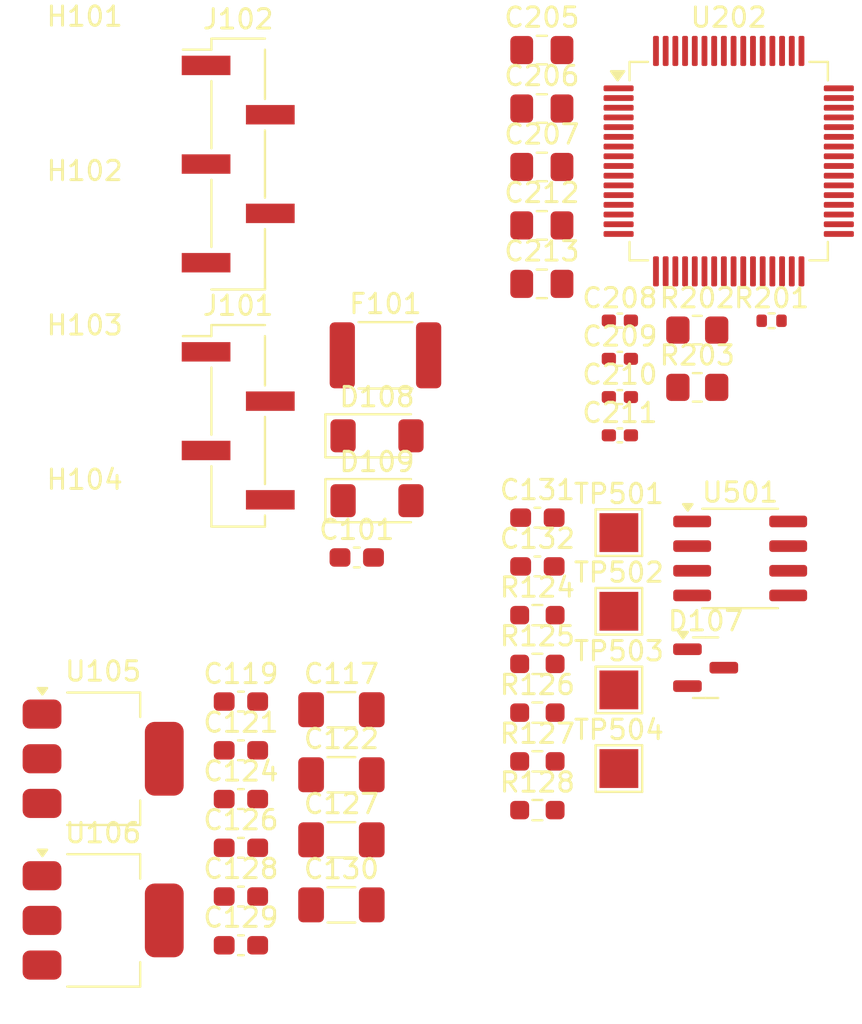
<source format=kicad_pcb>
(kicad_pcb (version 20241229) (generator "pcbnew") (generator_version "9.0")
  (layers (0 "F.Cu" signal) (2 "B.Cu" signal) (13 "F.Paste" user) (15 "B.Paste" user) (5 "F.SilkS" user "F.Silkscreen") (7 "B.SilkS" user "B.Silkscreen") (1 "F.Mask" user) (3 "B.Mask" user) (25 "Edge.Cuts" user))
  (net 0 "")
  (net 1 "GND")
  (net 2 "Net-(D109-A)")
  (net 3 "/POWER SUPPLY/+18V")
  (net 4 "/POWER SUPPLY/+15V")
  (net 5 "/CANBUS/5v")
  (net 6 "+3V3")
  (net 7 "Net-(C132-Pad1)")
  (net 8 "/MCU/RESET")
  (net 9 "GNDA")
  (net 10 "/CANBUS CONN/CAN_L")
  (net 11 "/CANBUS CONN/CAN_H")
  (net 12 "Net-(D108-A)")
  (net 13 "/CANBUS CONN/CAN_18V")
  (net 14 "/MCU/USART_RX")
  (net 15 "/MCU/USART_TX")
  (net 16 "/MCU/SWCLK")
  (net 17 "/MCU/SWDIO")
  (net 18 "/MCU/SWO")
  (net 19 "Net-(U501-STBY)")
  (net 20 "Net-(U501-SPLIT)")
  (net 21 "/MCU/BOOT0")
  (net 22 "/CANBUS/CAN_TX")
  (net 23 "/CANBUS/CAN_RX")
  (footprint "Capacitor_SMD:C_0402_1005Metric_Pad0.74x0.62mm_HandSolder" (layer "F.Cu") (at 138.325 79.815)
    (property "Reference" "C209" (at 0 -1.16 0) (layer "F.SilkS"))
    (property "Value" "50V 100nF X7R ±10% 0402")
    (fp_line (start -0.115835 -0.36) (end 0.115835 -0.36) (stroke (width 0.12)) (layer "F.SilkS"))
    (fp_line (start -0.115835 0.36) (end 0.115835 0.36) (stroke (width 0.12)) (layer "F.SilkS"))
    (pad "1" smd roundrect (at -0.5675 0) (size 0.735 0.62) (layers "F.Cu" "F.Mask" "F.Paste") (net 6 "+3V3"))
    (pad "2" smd roundrect (at 0.5675 0) (size 0.735 0.62) (layers "F.Cu" "F.Mask" "F.Paste") (net 1 "GND"))
  )
  (footprint "Capacitor_SMD:C_0402_1005Metric_Pad0.74x0.62mm_HandSolder" (layer "F.Cu") (at 138.325 83.755)
    (property "Reference" "C211" (at 0 -1.16 0) (layer "F.SilkS"))
    (property "Value" "50V 10nF X7R ±10% 0402")
    (fp_line (start -0.115835 -0.36) (end 0.115835 -0.36) (stroke (width 0.12)) (layer "F.SilkS"))
    (fp_line (start -0.115835 0.36) (end 0.115835 0.36) (stroke (width 0.12)) (layer "F.SilkS"))
    (pad "1" smd roundrect (at -0.5675 0) (size 0.735 0.62) (layers "F.Cu" "F.Mask" "F.Paste") (net 9 "GNDA"))
    (pad "2" smd roundrect (at 0.5675 0) (size 0.735 0.62) (layers "F.Cu" "F.Mask" "F.Paste") (net 6 "+3V3"))
  )
  (footprint "Package_SO:SOIC-8_3.9x4.9mm_P1.27mm" (layer "F.Cu") (at 144.525 90.095)
    (property "Reference" "U501" (at 0 -3.4 0) (layer "F.SilkS"))
    (property "Value" "MCP2561-E-SN")
    (fp_line (start 0 -2.56) (end -1.95 -2.56) (stroke (width 0.12)) (layer "F.SilkS"))
    (fp_line (start 0 -2.56) (end 1.95 -2.56) (stroke (width 0.12)) (layer "F.SilkS"))
    (fp_line (start 0 2.56) (end -1.95 2.56) (stroke (width 0.12)) (layer "F.SilkS"))
    (fp_line (start 0 2.56) (end 1.95 2.56) (stroke (width 0.12)) (layer "F.SilkS"))
    (fp_poly (pts (xy -2.7 -2.465) (xy -2.94 -2.795) (xy -2.46 -2.795)) (stroke (width 0.12)) (fill yes) (layer "F.SilkS"))
    (pad "1" smd roundrect (at -2.475 -1.905) (size 1.95 0.6) (layers "F.Cu" "F.Mask" "F.Paste") (net 22 "/CANBUS/CAN_TX"))
    (pad "2" smd roundrect (at -2.475 -0.635) (size 1.95 0.6) (layers "F.Cu" "F.Mask" "F.Paste") (net 1 "GND"))
    (pad "3" smd roundrect (at -2.475 0.635) (size 1.95 0.6) (layers "F.Cu" "F.Mask" "F.Paste") (net 5 "/CANBUS/5v"))
    (pad "4" smd roundrect (at -2.475 1.905) (size 1.95 0.6) (layers "F.Cu" "F.Mask" "F.Paste") (net 23 "/CANBUS/CAN_RX"))
    (pad "5" smd roundrect (at 2.475 1.905) (size 1.95 0.6) (layers "F.Cu" "F.Mask" "F.Paste") (net 20 "Net-(U501-SPLIT)"))
    (pad "6" smd roundrect (at 2.475 0.635) (size 1.95 0.6) (layers "F.Cu" "F.Mask" "F.Paste") (net 10 "/CANBUS CONN/CAN_L"))
    (pad "7" smd roundrect (at 2.475 -0.635) (size 1.95 0.6) (layers "F.Cu" "F.Mask" "F.Paste") (net 11 "/CANBUS CONN/CAN_H"))
    (pad "8" smd roundrect (at 2.475 -1.905) (size 1.95 0.6) (layers "F.Cu" "F.Mask" "F.Paste") (net 19 "Net-(U501-STBY)"))
  )
  (footprint "Capacitor_SMD:C_1206_3216Metric_Pad1.33x1.80mm_HandSolder" (layer "F.Cu") (at 123.975 107.935)
    (property "Reference" "C130" (at 0 -1.85 0) (layer "F.SilkS"))
    (property "Value" "4.7u")
    (fp_line (start -0.711252 -0.91) (end 0.711252 -0.91) (stroke (width 0.12)) (layer "F.SilkS"))
    (fp_line (start -0.711252 0.91) (end 0.711252 0.91) (stroke (width 0.12)) (layer "F.SilkS"))
    (pad "1" smd roundrect (at -1.5625 0) (size 1.325 1.8) (layers "F.Cu" "F.Mask" "F.Paste") (roundrect_rratio 0.188679) (net 1 "GND"))
    (pad "2" smd roundrect (at 1.5625 0) (size 1.325 1.8) (layers "F.Cu" "F.Mask" "F.Paste") (roundrect_rratio 0.188679) (net 6 "+3V3"))
  )
  (footprint "Capacitor_SMD:C_0402_1005Metric_Pad0.74x0.62mm_HandSolder" (layer "F.Cu") (at 138.325 77.845)
    (property "Reference" "C208" (at 0 -1.16 0) (layer "F.SilkS"))
    (property "Value" "50V 100nF X7R ±10% 0402")
    (fp_line (start -0.115835 -0.36) (end 0.115835 -0.36) (stroke (width 0.12)) (layer "F.SilkS"))
    (fp_line (start -0.115835 0.36) (end 0.115835 0.36) (stroke (width 0.12)) (layer "F.SilkS"))
    (pad "1" smd roundrect (at -0.5675 0) (size 0.735 0.62) (layers "F.Cu" "F.Mask" "F.Paste") (net 6 "+3V3"))
    (pad "2" smd roundrect (at 0.5675 0) (size 0.735 0.62) (layers "F.Cu" "F.Mask" "F.Paste") (net 1 "GND"))
  )
  (footprint "MountingHole:MountingHole_3.2mm_M3" (layer "F.Cu") (at 110.745 90.235)
    (property "Reference" "H104" (at 0 -4.2 0) (layer "F.SilkS"))
    (property "Value" "Mount_BR")
    (pad "" np_thru_hole circle (at 0 0) (size 3.2 3.2) (drill 3.2) (layers "*.Cu" "*.Mask"))
  )
  (footprint "Resistor_SMD:R_0603_1608Metric_Pad0.98x0.95mm_HandSolder" (layer "F.Cu") (at 134.075 98.035)
    (property "Reference" "R126" (at 0 -1.43 0) (layer "F.SilkS"))
    (property "Value" "300")
    (fp_line (start -0.254724 -0.5225) (end 0.254724 -0.5225) (stroke (width 0.12)) (layer "F.SilkS"))
    (fp_line (start -0.254724 0.5225) (end 0.254724 0.5225) (stroke (width 0.12)) (layer "F.SilkS"))
    (pad "1" smd roundrect (at -0.9125 0) (size 0.975 0.95) (layers "F.Cu" "F.Mask" "F.Paste") (net 7 "Net-(C132-Pad1)"))
    (pad "2" smd roundrect (at 0.9125 0) (size 0.975 0.95) (layers "F.Cu" "F.Mask" "F.Paste") (net 20 "Net-(U501-SPLIT)"))
  )
  (footprint "Capacitor_SMD:C_0603_1608Metric_Pad1.08x0.95mm_HandSolder" (layer "F.Cu") (at 124.765 90.045)
    (property "Reference" "C101" (at 0 -1.43 0) (layer "F.SilkS"))
    (property "Value" "100n")
    (fp_line (start -0.146267 -0.51) (end 0.146267 -0.51) (stroke (width 0.12)) (layer "F.SilkS"))
    (fp_line (start -0.146267 0.51) (end 0.146267 0.51) (stroke (width 0.12)) (layer "F.SilkS"))
    (pad "1" smd roundrect (at -0.8625 0) (size 1.075 0.95) (layers "F.Cu" "F.Mask" "F.Paste") (net 1 "GND"))
    (pad "2" smd roundrect (at 0.8625 0) (size 1.075 0.95) (layers "F.Cu" "F.Mask" "F.Paste") (net 2 "Net-(D109-A)"))
  )
  (footprint "Resistor_SMD:R_0603_1608Metric_Pad0.98x0.95mm_HandSolder" (layer "F.Cu") (at 134.075 93.015)
    (property "Reference" "R124" (at 0 -1.43 0) (layer "F.SilkS"))
    (property "Value" "4k7")
    (fp_line (start -0.254724 -0.5225) (end 0.254724 -0.5225) (stroke (width 0.12)) (layer "F.SilkS"))
    (fp_line (start -0.254724 0.5225) (end 0.254724 0.5225) (stroke (width 0.12)) (layer "F.SilkS"))
    (pad "1" smd roundrect (at -0.9125 0) (size 0.975 0.95) (layers "F.Cu" "F.Mask" "F.Paste") (net 19 "Net-(U501-STBY)"))
    (pad "2" smd roundrect (at 0.9125 0) (size 0.975 0.95) (layers "F.Cu" "F.Mask" "F.Paste") (net 1 "GND"))
  )
  (footprint "Resistor_SMD:R_0402_1005Metric" (layer "F.Cu") (at 146.145 77.855)
    (property "Reference" "R201" (at 0 -1.17 0) (layer "F.SilkS"))
    (property "Value" "BOOT0")
    (fp_line (start -0.153641 -0.38) (end 0.153641 -0.38) (stroke (width 0.12)) (layer "F.SilkS"))
    (fp_line (start -0.153641 0.38) (end 0.153641 0.38) (stroke (width 0.12)) (layer "F.SilkS"))
    (pad "1" smd roundrect (at -0.51 0) (size 0.54 0.64) (layers "F.Cu" "F.Mask" "F.Paste") (net 6 "+3V3"))
    (pad "2" smd roundrect (at 0.51 0) (size 0.54 0.64) (layers "F.Cu" "F.Mask" "F.Paste") (net 21 "/MCU/BOOT0"))
  )
  (footprint "Diode_SMD:D_MiniMELF" (layer "F.Cu") (at 125.81 83.78)
    (property "Reference" "D108" (at 0 -2 0) (layer "F.SilkS"))
    (property "Value" "LL4148")
    (fp_line (start -2.66 -1.11) (end -2.66 1.11) (stroke (width 0.12)) (layer "F.SilkS"))
    (fp_line (start -2.66 1.11) (end 1.75 1.11) (stroke (width 0.12)) (layer "F.SilkS"))
    (fp_line (start 1.75 -1.11) (end -2.66 -1.11) (stroke (width 0.12)) (layer "F.SilkS"))
    (pad "1" smd roundrect (at -1.75 0) (size 1.3 1.7) (layers "F.Cu" "F.Mask" "F.Paste") (roundrect_rratio 0.1923076923) (net 3 "/POWER SUPPLY/+18V"))
    (pad "2" smd roundrect (at 1.75 0) (size 1.3 1.7) (layers "F.Cu" "F.Mask" "F.Paste") (roundrect_rratio 0.1923076923) (net 12 "Net-(D108-A)"))
  )
  (footprint "Connector_PinHeader_2.54mm:PinHeader_1x04_P2.54mm_Vertical_SMD_Pin1Left" (layer "F.Cu") (at 118.655 83.265)
    (property "Reference" "J101" (at 0 -6.19 0) (layer "F.SilkS"))
    (property "Value" "USART")
    (fp_line (start -1.38 -5.19) (end -1.38 -4.62) (stroke (width 0.12)) (layer "F.SilkS"))
    (fp_line (start -1.38 -5.19) (end 1.38 -5.19) (stroke (width 0.12)) (layer "F.SilkS"))
    (fp_line (start -1.38 -4.62) (end -2.85 -4.62) (stroke (width 0.12)) (layer "F.SilkS"))
    (fp_line (start -1.38 -3) (end -1.38 0.46) (stroke (width 0.12)) (layer "F.SilkS"))
    (fp_line (start -1.38 2.08) (end -1.38 5.19) (stroke (width 0.12)) (layer "F.SilkS"))
    (fp_line (start -1.38 5.19) (end 1.38 5.19) (stroke (width 0.12)) (layer "F.SilkS"))
    (fp_line (start 1.38 -4.62) (end 1.38 -2.08) (stroke (width 0.12)) (layer "F.SilkS"))
    (fp_line (start 1.38 -0.46) (end 1.38 3) (stroke (width 0.12)) (layer "F.SilkS"))
    (fp_line (start 1.38 4.62) (end 1.38 5.19) (stroke (width 0.12)) (layer "F.SilkS"))
    (pad "1" smd rect (at -1.655 -3.81) (size 2.51 1) (layers "F.Cu" "F.Mask" "F.Paste") (net 8 "/MCU/RESET"))
    (pad "2" smd rect (at 1.655 -1.27) (size 2.51 1) (layers "F.Cu" "F.Mask" "F.Paste") (net 14 "/MCU/USART_RX"))
    (pad "3" smd rect (at -1.655 1.27) (size 2.51 1) (layers "F.Cu" "F.Mask" "F.Paste") (net 15 "/MCU/USART_TX"))
    (pad "4" smd rect (at 1.655 3.81) (size 2.51 1) (layers "F.Cu" "F.Mask" "F.Paste") (net 1 "GND"))
  )
  (footprint "Package_TO_SOT_SMD:SOT-223-3_TabPin2" (layer "F.Cu") (at 111.695 100.41)
    (property "Reference" "U105" (at 0 -4.5 0) (layer "F.SilkS"))
    (property "Value" "AMS1117-5")
    (fp_line (start -1.85 -3.41) (end 1.91 -3.41) (stroke (width 0.12)) (layer "F.SilkS"))
    (fp_line (start -1.85 3.41) (end 1.91 3.41) (stroke (width 0.12)) (layer "F.SilkS"))
    (fp_line (start 1.91 -3.41) (end 1.91 -2.15) (stroke (width 0.12)) (layer "F.SilkS"))
    (fp_line (start 1.91 3.41) (end 1.91 2.15) (stroke (width 0.12)) (layer "F.SilkS"))
    (fp_poly (pts (xy -3.13 -3.31) (xy -3.37 -3.64) (xy -2.89 -3.64) (xy -3.13 -3.31)) (stroke (width 0.12)) (fill yes) (layer "F.SilkS"))
    (pad "1" smd roundrect (at -3.15 -2.3) (size 2 1.5) (layers "F.Cu" "F.Mask" "F.Paste") (net 1 "GND"))
    (pad "2" smd roundrect (at -3.15 0) (size 2 1.5) (layers "F.Cu" "F.Mask" "F.Paste") (net 5 "/CANBUS/5v"))
    (pad "2" smd roundrect (at 3.15 0) (size 2 3.8) (layers "F.Cu" "F.Mask" "F.Paste") (net 5 "/CANBUS/5v"))
    (pad "3" smd roundrect (at -3.15 2.3) (size 2 1.5) (layers "F.Cu" "F.Mask" "F.Paste") (net 4 "/POWER SUPPLY/+15V"))
  )
  (footprint "Resistor_SMD:R_0603_1608Metric_Pad0.98x0.95mm_HandSolder" (layer "F.Cu") (at 134.075 95.525)
    (property "Reference" "R125" (at 0 -1.43 0) (layer "F.SilkS"))
    (property "Value" "NC")
    (fp_line (start -0.254724 -0.5225) (end 0.254724 -0.5225) (stroke (width 0.12)) (layer "F.SilkS"))
    (fp_line (start -0.254724 0.5225) (end 0.254724 0.5225) (stroke (width 0.12)) (layer "F.SilkS"))
    (pad "1" smd roundrect (at -0.9125 0) (size 0.975 0.95) (layers "F.Cu" "F.Mask" "F.Paste") (net 10 "/CANBUS CONN/CAN_L"))
    (pad "2" smd roundrect (at 0.9125 0) (size 0.975 0.95) (layers "F.Cu" "F.Mask" "F.Paste") (net 11 "/CANBUS CONN/CAN_H"))
  )
  (footprint "Capacitor_SMD:C_1206_3216Metric_Pad1.33x1.80mm_HandSolder" (layer "F.Cu") (at 123.975 97.885)
    (property "Reference" "C117" (at 0 -1.85 0) (layer "F.SilkS"))
    (property "Value" "4.7u")
    (fp_line (start -0.711252 -0.91) (end 0.711252 -0.91) (stroke (width 0.12)) (layer "F.SilkS"))
    (fp_line (start -0.711252 0.91) (end 0.711252 0.91) (stroke (width 0.12)) (layer "F.SilkS"))
    (pad "1" smd roundrect (at -1.5625 0) (size 1.325 1.8) (layers "F.Cu" "F.Mask" "F.Paste") (roundrect_rratio 0.188679) (net 1 "GND"))
    (pad "2" smd roundrect (at 1.5625 0) (size 1.325 1.8) (layers "F.Cu" "F.Mask" "F.Paste") (roundrect_rratio 0.188679) (net 3 "/POWER SUPPLY/+18V"))
  )
  (footprint "Resistor_SMD:R_0603_1608Metric_Pad0.98x0.95mm_HandSolder" (layer "F.Cu") (at 134.075 103.055)
    (property "Reference" "R128" (at 0 -1.43 0) (layer "F.SilkS"))
    (property "Value" "520")
    (fp_line (start -0.254724 -0.5225) (end 0.254724 -0.5225) (stroke (width 0.12)) (layer "F.SilkS"))
    (fp_line (start -0.254724 0.5225) (end 0.254724 0.5225) (stroke (width 0.12)) (layer "F.SilkS"))
    (pad "1" smd roundrect (at -0.9125 0) (size 0.975 0.95) (layers "F.Cu" "F.Mask" "F.Paste") (net 10 "/CANBUS CONN/CAN_L"))
    (pad "2" smd roundrect (at 0.9125 0) (size 0.975 0.95) (layers "F.Cu" "F.Mask" "F.Paste") (net 7 "Net-(C132-Pad1)"))
  )
  (footprint "Package_QFP:LQFP-64_10x10mm_P0.5mm" (layer "F.Cu") (at 143.935 69.635)
    (property "Reference" "U202" (at 0 -7.4 0) (layer "F.SilkS"))
    (property "Value" "STM32L431RCTx")
    (fp_line (start -5.11 -5.11) (end -5.11 -4.16) (stroke (width 0.12)) (layer "F.SilkS"))
    (fp_line (start -5.11 5.11) (end -5.11 4.16) (stroke (width 0.12)) (layer "F.SilkS"))
    (fp_line (start -4.16 -5.11) (end -5.11 -5.11) (stroke (width 0.12)) (layer "F.SilkS"))
    (fp_line (start -4.16 5.11) (end -5.11 5.11) (stroke (width 0.12)) (layer "F.SilkS"))
    (fp_line (start 4.16 -5.11) (end 5.11 -5.11) (stroke (width 0.12)) (layer "F.SilkS"))
    (fp_line (start 4.16 5.11) (end 5.11 5.11) (stroke (width 0.12)) (layer "F.SilkS"))
    (fp_line (start 5.11 -5.11) (end 5.11 -4.16) (stroke (width 0.12)) (layer "F.SilkS"))
    (fp_line (start 5.11 5.11) (end 5.11 4.16) (stroke (width 0.12)) (layer "F.SilkS"))
    (fp_poly (pts (xy -5.725 -4.16) (xy -6.065 -4.63) (xy -5.385 -4.63)) (stroke (width 0.12)) (fill yes) (layer "F.SilkS"))
    (pad "1" smd roundrect (at -5.675 -3.75) (size 1.55 0.3) (layers "F.Cu" "F.Mask" "F.Paste") (net 6 "+3V3"))
    (pad "2" smd roundrect (at -5.675 -3.25) (size 1.55 0.3) (layers "F.Cu" "F.Mask" "F.Paste"))
    (pad "3" smd roundrect (at -5.675 -2.75) (size 1.55 0.3) (layers "F.Cu" "F.Mask" "F.Paste"))
    (pad "4" smd roundrect (at -5.675 -2.25) (size 1.55 0.3) (layers "F.Cu" "F.Mask" "F.Paste"))
    (pad "5" smd roundrect (at -5.675 -1.75) (size 1.55 0.3) (layers "F.Cu" "F.Mask" "F.Paste"))
    (pad "6" smd roundrect (at -5.675 -1.25) (size 1.55 0.3) (layers "F.Cu" "F.Mask" "F.Paste"))
    (pad "7" smd roundrect (at -5.675 -0.75) (size 1.55 0.3) (layers "F.Cu" "F.Mask" "F.Paste") (net 8 "/MCU/RESET"))
    (pad "8" smd roundrect (at -5.675 -0.25) (size 1.55 0.3) (layers "F.Cu" "F.Mask" "F.Paste"))
    (pad "9" smd roundrect (at -5.675 0.25) (size 1.55 0.3) (layers "F.Cu" "F.Mask" "F.Paste"))
    (pad "10" smd roundrect (at -5.675 0.75) (size 1.55 0.3) (layers "F.Cu" "F.Mask" "F.Paste"))
    (pad "11" smd roundrect (at -5.675 1.25) (size 1.55 0.3) (layers "F.Cu" "F.Mask" "F.Paste"))
    (pad "12" smd roundrect (at -5.675 1.75) (size 1.55 0.3) (layers "F.Cu" "F.Mask" "F.Paste") (net 9 "GNDA"))
    (pad "13" smd roundrect (at -5.675 2.25) (size 1.55 0.3) (layers "F.Cu" "F.Mask" "F.Paste") (net 6 "+3V3"))
    (pad "14" smd roundrect (at -5.675 2.75) (size 1.55 0.3) (layers "F.Cu" "F.Mask" "F.Paste"))
    (pad "15" smd roundrect (at -5.675 3.25) (size 1.55 0.3) (layers "F.Cu" "F.Mask" "F.Paste"))
    (pad "16" smd roundrect (at -5.675 3.75) (size 1.55 0.3) (layers "F.Cu" "F.Mask" "F.Paste"))
    (pad "17" smd roundrect (at -3.75 5.675) (size 0.3 1.55) (layers "F.Cu" "F.Mask" "F.Paste"))
    (pad "18" smd roundrect (at -3.25 5.675) (size 0.3 1.55) (layers "F.Cu" "F.Mask" "F.Paste") (net 1 "GND"))
    (pad "19" smd roundrect (at -2.75 5.675) (size 0.3 1.55) (layers "F.Cu" "F.Mask" "F.Paste") (net 6 "+3V3"))
    (pad "20" smd roundrect (at -2.25 5.675) (size 0.3 1.55) (layers "F.Cu" "F.Mask" "F.Paste"))
    (pad "21" smd roundrect (at -1.75 5.675) (size 0.3 1.55) (layers "F.Cu" "F.Mask" "F.Paste"))
    (pad "22" smd roundrect (at -1.25 5.675) (size 0.3 1.55) (layers "F.Cu" "F.Mask" "F.Paste"))
    (pad "23" smd roundrect (at -0.75 5.675) (size 0.3 1.55) (layers "F.Cu" "F.Mask" "F.Paste"))
    (pad "24" smd roundrect (at -0.25 5.675) (size 0.3 1.55) (layers "F.Cu" "F.Mask" "F.Paste"))
    (pad "25" smd roundrect (at 0.25 5.675) (size 0.3 1.55) (layers "F.Cu" "F.Mask" "F.Paste"))
    (pad "26" smd roundrect (at 0.75 5.675) (size 0.3 1.55) (layers "F.Cu" "F.Mask" "F.Paste"))
    (pad "27" smd roundrect (at 1.25 5.675) (size 0.3 1.55) (layers "F.Cu" "F.Mask" "F.Paste"))
    (pad "28" smd roundrect (at 1.75 5.675) (size 0.3 1.55) (layers "F.Cu" "F.Mask" "F.Paste"))
    (pad "29" smd roundrect (at 2.25 5.675) (size 0.3 1.55) (layers "F.Cu" "F.Mask" "F.Paste"))
    (pad "30" smd roundrect (at 2.75 5.675) (size 0.3 1.55) (layers "F.Cu" "F.Mask" "F.Paste"))
    (pad "31" smd roundrect (at 3.25 5.675) (size 0.3 1.55) (layers "F.Cu" "F.Mask" "F.Paste") (net 1 "GND"))
    (pad "32" smd roundrect (at 3.75 5.675) (size 0.3 1.55) (layers "F.Cu" "F.Mask" "F.Paste") (net 6 "+3V3"))
    (pad "33" smd roundrect (at 5.675 3.75) (size 1.55 0.3) (layers "F.Cu" "F.Mask" "F.Paste"))
    (pad "34" smd roundrect (at 5.675 3.25) (size 1.55 0.3) (layers "F.Cu" "F.Mask" "F.Paste"))
    (pad "35" smd roundrect (at 5.675 2.75) (size 1.55 0.3) (layers "F.Cu" "F.Mask" "F.Paste"))
    (pad "36" smd roundrect (at 5.675 2.25) (size 1.55 0.3) (layers "F.Cu" "F.Mask" "F.Paste"))
    (pad "37" smd roundrect (at 5.675 1.75) (size 1.55 0.3) (layers "F.Cu" "F.Mask" "F.Paste"))
    (pad "38" smd roundrect (at 5.675 1.25) (size 1.55 0.3) (layers "F.Cu" "F.Mask" "F.Paste"))
    (pad "39" smd roundrect (at 5.675 0.75) (size 1.55 0.3) (layers "F.Cu" "F.Mask" "F.Paste"))
    (pad "40" smd roundrect (at 5.675 0.25) (size 1.55 0.3) (layers "F.Cu" "F.Mask" "F.Paste"))
    (pad "41" smd roundrect (at 5.675 -0.25) (size 1.55 0.3) (layers "F.Cu" "F.Mask" "F.Paste"))
    (pad "42" smd roundrect (at 5.675 -0.75) (size 1.55 0.3) (layers "F.Cu" "F.Mask" "F.Paste") (net 15 "/MCU/USART_TX"))
    (pad "43" smd roundrect (at 5.675 -1.25) (size 1.55 0.3) (layers "F.Cu" "F.Mask" "F.Paste") (net 14 "/MCU/USART_RX"))
    (pad "44" smd roundrect (at 5.675 -1.75) (size 1.55 0.3) (layers "F.Cu" "F.Mask" "F.Paste") (net 23 "/CANBUS/CAN_RX"))
    (pad "45" smd roundrect (at 5.675 -2.25) (size 1.55 0.3) (layers "F.Cu" "F.Mask" "F.Paste") (net 22 "/CANBUS/CAN_TX"))
    (pad "46" smd roundrect (at 5.675 -2.75) (size 1.55 0.3) (layers "F.Cu" "F.Mask" "F.Paste") (net 17 "/MCU/SWDIO"))
    (pad "47" smd roundrect (at 5.675 -3.25) (size 1.55 0.3) (layers "F.Cu" "F.Mask" "F.Paste") (net 1 "GND"))
    (pad "48" smd roundrect (at 5.675 -3.75) (size 1.55 0.3) (layers "F.Cu" "F.Mask" "F.Paste") (net 6 "+3V3"))
    (pad "49" smd roundrect (at 3.75 -5.675) (size 0.3 1.55) (layers "F.Cu" "F.Mask" "F.Paste") (net 16 "/MCU/SWCLK"))
    (pad "50" smd roundrect (at 3.25 -5.675) (size 0.3 1.55) (layers "F.Cu" "F.Mask" "F.Paste"))
    (pad "51" smd roundrect (at 2.75 -5.675) (size 0.3 1.55) (layers "F.Cu" "F.Mask" "F.Paste"))
    (pad "52" smd roundrect (at 2.25 -5.675) (size 0.3 1.55) (layers "F.Cu" "F.Mask" "F.Paste"))
    (pad "53" smd roundrect (at 1.75 -5.675) (size 0.3 1.55) (layers "F.Cu" "F.Mask" "F.Paste"))
    (pad "54" smd roundrect (at 1.25 -5.675) (size 0.3 1.55) (layers "F.Cu" "F.Mask" "F.Paste"))
    (pad "55" smd roundrect (at 0.75 -5.675) (size 0.3 1.55) (layers "F.Cu" "F.Mask" "F.Paste") (net 18 "/MCU/SWO"))
    (pad "56" smd roundrect (at 0.25 -5.675) (size 0.3 1.55) (layers "F.Cu" "F.Mask" "F.Paste"))
    (pad "57" smd roundrect (at -0.25 -5.675) (size 0.3 1.55) (layers "F.Cu" "F.Mask" "F.Paste"))
    (pad "58" smd roundrect (at -0.75 -5.675) (size 0.3 1.55) (layers "F.Cu" "F.Mask" "F.Paste"))
    (pad "59" smd roundrect (at -1.25 -5.675) (size 0.3 1.55) (layers "F.Cu" "F.Mask" "F.Paste"))
    (pad "60" smd roundrect (at -1.75 -5.675) (size 0.3 1.55) (layers "F.Cu" "F.Mask" "F.Paste") (net 21 "/MCU/BOOT0"))
    (pad "61" smd roundrect (at -2.25 -5.675) (size 0.3 1.55) (layers "F.Cu" "F.Mask" "F.Paste"))
    (pad "62" smd roundrect (at -2.75 -5.675) (size 0.3 1.55) (layers "F.Cu" "F.Mask" "F.Paste"))
    (pad "63" smd roundrect (at -3.25 -5.675) (size 0.3 1.55) (layers "F.Cu" "F.Mask" "F.Paste") (net 1 "GND"))
    (pad "64" smd roundrect (at -3.75 -5.675) (size 0.3 1.55) (layers "F.Cu" "F.Mask" "F.Paste") (net 6 "+3V3"))
  )
  (footprint "TestPoint:TestPoint_Pad_2.0x2.0mm" (layer "F.Cu") (at 138.275 96.865)
    (property "Reference" "TP503" (at 0 -1.998 0) (layer "F.SilkS"))
    (property "Value" "CAN_H")
    (fp_line (start -1.2 -1.2) (end 1.2 -1.2) (stroke (width 0.12)) (layer "F.SilkS"))
    (fp_line (start -1.2 1.2) (end -1.2 -1.2) (stroke (width 0.12)) (layer "F.SilkS"))
    (fp_line (start 1.2 -1.2) (end 1.2 1.2) (stroke (width 0.12)) (layer "F.SilkS"))
    (fp_line (start 1.2 1.2) (end -1.2 1.2) (stroke (width 0.12)) (layer "F.SilkS"))
    (pad "1" smd rect (at 0 0) (size 2 2) (layers "F.Cu" "F.Mask") (net 11 "/CANBUS CONN/CAN_H"))
  )
  (footprint "MountingHole:MountingHole_3.2mm_M3" (layer "F.Cu") (at 110.745 82.285)
    (property "Reference" "H103" (at 0 -4.2 0) (layer "F.SilkS"))
    (property "Value" "Mount_BL")
    (pad "" np_thru_hole circle (at 0 0) (size 3.2 3.2) (drill 3.2) (layers "*.Cu" "*.Mask"))
  )
  (footprint "Resistor_SMD:R_0805_2012Metric_Pad1.20x1.40mm_HandSolder" (layer "F.Cu") (at 142.315 78.335)
    (property "Reference" "R202" (at 0 -1.65 0) (layer "F.SilkS"))
    (property "Value" "10kR 0805")
    (fp_line (start -0.227064 -0.735) (end 0.227064 -0.735) (stroke (width 0.12)) (layer "F.SilkS"))
    (fp_line (start -0.227064 0.735) (end 0.227064 0.735) (stroke (width 0.12)) (layer "F.SilkS"))
    (pad "1" smd roundrect (at -1 0) (size 1.2 1.4) (layers "F.Cu" "F.Mask" "F.Paste") (roundrect_rratio 0.208333) (net 21 "/MCU/BOOT0"))
    (pad "2" smd roundrect (at 1 0) (size 1.2 1.4) (layers "F.Cu" "F.Mask" "F.Paste") (roundrect_rratio 0.208333) (net 1 "GND"))
  )
  (footprint "Capacitor_SMD:C_0603_1608Metric_Pad1.08x0.95mm_HandSolder" (layer "F.Cu") (at 118.795 107.505)
    (property "Reference" "C128" (at 0 -1.43 0) (layer "F.SilkS"))
    (property "Value" "100n")
    (fp_line (start -0.146267 -0.51) (end 0.146267 -0.51) (stroke (width 0.12)) (layer "F.SilkS"))
    (fp_line (start -0.146267 0.51) (end 0.146267 0.51) (stroke (width 0.12)) (layer "F.SilkS"))
    (pad "1" smd roundrect (at -0.8625 0) (size 1.075 0.95) (layers "F.Cu" "F.Mask" "F.Paste") (net 1 "GND"))
    (pad "2" smd roundrect (at 0.8625 0) (size 1.075 0.95) (layers "F.Cu" "F.Mask" "F.Paste") (net 5 "/CANBUS/5v"))
  )
  (footprint "Package_TO_SOT_SMD:SOT-23" (layer "F.Cu") (at 142.745 95.72)
    (property "Reference" "D107" (at 0 -2.4 0) (layer "F.SilkS"))
    (property "Value" "pesd1can")
    (fp_line (start 0 -1.56) (end -0.65 -1.56) (stroke (width 0.12)) (layer "F.SilkS"))
    (fp_line (start 0 -1.56) (end 0.65 -1.56) (stroke (width 0.12)) (layer "F.SilkS"))
    (fp_line (start 0 1.56) (end -0.65 1.56) (stroke (width 0.12)) (layer "F.SilkS"))
    (fp_line (start 0 1.56) (end 0.65 1.56) (stroke (width 0.12)) (layer "F.SilkS"))
    (fp_poly (pts (xy -1.1625 -1.51) (xy -1.4025 -1.84) (xy -0.9225 -1.84)) (stroke (width 0.12)) (fill yes) (layer "F.SilkS"))
    (pad "1" smd roundrect (at -0.9375 -0.95) (size 1.475 0.6) (layers "F.Cu" "F.Mask" "F.Paste") (net 11 "/CANBUS CONN/CAN_H"))
    (pad "2" smd roundrect (at -0.9375 0.95) (size 1.475 0.6) (layers "F.Cu" "F.Mask" "F.Paste") (net 10 "/CANBUS CONN/CAN_L"))
    (pad "3" smd roundrect (at 0.9375 0) (size 1.475 0.6) (layers "F.Cu" "F.Mask" "F.Paste") (net 1 "GND"))
  )
  (footprint "Capacitor_SMD:C_0603_1608Metric_Pad1.08x0.95mm_HandSolder" (layer "F.Cu") (at 118.795 99.975)
    (property "Reference" "C121" (at 0 -1.43 0) (layer "F.SilkS"))
    (property "Value" "100n")
    (fp_line (start -0.146267 -0.51) (end 0.146267 -0.51) (stroke (width 0.12)) (layer "F.SilkS"))
    (fp_line (start -0.146267 0.51) (end 0.146267 0.51) (stroke (width 0.12)) (layer "F.SilkS"))
    (pad "1" smd roundrect (at -0.8625 0) (size 1.075 0.95) (layers "F.Cu" "F.Mask" "F.Paste") (net 1 "GND"))
    (pad "2" smd roundrect (at 0.8625 0) (size 1.075 0.95) (layers "F.Cu" "F.Mask" "F.Paste") (net 4 "/POWER SUPPLY/+15V"))
  )
  (footprint "Fuse:Fuse_1812_4532Metric_Pad1.30x3.40mm_HandSolder" (layer "F.Cu") (at 126.245 79.635)
    (property "Reference" "F101" (at 0 -2.65 0) (layer "F.SilkS"))
    (property "Value" "Fuse")
    (fp_line (start -1.386252 -1.71) (end 1.386252 -1.71) (stroke (width 0.12)) (layer "F.SilkS"))
    (fp_line (start -1.386252 1.71) (end 1.386252 1.71) (stroke (width 0.12)) (layer "F.SilkS"))
    (pad "1" smd roundrect (at -2.225 0) (size 1.3 3.4) (layers "F.Cu" "F.Mask" "F.Paste") (roundrect_rratio 0.192308) (net 13 "/CANBUS CONN/CAN_18V"))
    (pad "2" smd roundrect (at 2.225 0) (size 1.3 3.4) (layers "F.Cu" "F.Mask" "F.Paste") (roundrect_rratio 0.192308) (net 12 "Net-(D108-A)"))
  )
  (footprint "Capacitor_SMD:C_0603_1608Metric_Pad1.08x0.95mm_HandSolder" (layer "F.Cu") (at 134.075 87.995)
    (property "Reference" "C131" (at 0 -1.43 0) (layer "F.SilkS"))
    (property "Value" "100n")
    (fp_line (start -0.146267 -0.51) (end 0.146267 -0.51) (stroke (width 0.12)) (layer "F.SilkS"))
    (fp_line (start -0.146267 0.51) (end 0.146267 0.51) (stroke (width 0.12)) (layer "F.SilkS"))
    (pad "1" smd roundrect (at -0.8625 0) (size 1.075 0.95) (layers "F.Cu" "F.Mask" "F.Paste") (net 1 "GND"))
    (pad "2" smd roundrect (at 0.8625 0) (size 1.075 0.95) (layers "F.Cu" "F.Mask" "F.Paste") (net 5 "/CANBUS/5v"))
  )
  (footprint "Package_TO_SOT_SMD:SOT-223-3_TabPin2" (layer "F.Cu") (at 111.695 108.735)
    (property "Reference" "U106" (at 0 -4.5 0) (layer "F.SilkS"))
    (property "Value" "AMS1117-3.3")
    (fp_line (start -1.85 -3.41) (end 1.91 -3.41) (stroke (width 0.12)) (layer "F.SilkS"))
    (fp_line (start -1.85 3.41) (end 1.91 3.41) (stroke (width 0.12)) (layer "F.SilkS"))
    (fp_line (start 1.91 -3.41) (end 1.91 -2.15) (stroke (width 0.12)) (layer "F.SilkS"))
    (fp_line (start 1.91 3.41) (end 1.91 2.15) (stroke (width 0.12)) (layer "F.SilkS"))
    (fp_poly (pts (xy -3.13 -3.31) (xy -3.37 -3.64) (xy -2.89 -3.64) (xy -3.13 -3.31)) (stroke (width 0.12)) (fill yes) (layer "F.SilkS"))
    (pad "1" smd roundrect (at -3.15 -2.3) (size 2 1.5) (layers "F.Cu" "F.Mask" "F.Paste") (net 1 "GND"))
    (pad "2" smd roundrect (at -3.15 0) (size 2 1.5) (layers "F.Cu" "F.Mask" "F.Paste") (net 6 "+3V3"))
    (pad "2" smd roundrect (at 3.15 0) (size 2 3.8) (layers "F.Cu" "F.Mask" "F.Paste") (net 6 "+3V3"))
    (pad "3" smd roundrect (at -3.15 2.3) (size 2 1.5) (layers "F.Cu" "F.Mask" "F.Paste") (net 5 "/CANBUS/5v"))
  )
  (footprint "Capacitor_SMD:C_0402_1005Metric_Pad0.74x0.62mm_HandSolder" (layer "F.Cu") (at 138.325 81.785)
    (property "Reference" "C210" (at 0 -1.16 0) (layer "F.SilkS"))
    (property "Value" "50V 100nF X7R ±10% 0402")
    (fp_line (start -0.115835 -0.36) (end 0.115835 -0.36) (stroke (width 0.12)) (layer "F.SilkS"))
    (fp_line (start -0.115835 0.36) (end 0.115835 0.36) (stroke (width 0.12)) (layer "F.SilkS"))
    (pad "1" smd roundrect (at -0.5675 0) (size 0.735 0.62) (layers "F.Cu" "F.Mask" "F.Paste") (net 6 "+3V3"))
    (pad "2" smd roundrect (at 0.5675 0) (size 0.735 0.62) (layers "F.Cu" "F.Mask" "F.Paste") (net 1 "GND"))
  )
  (footprint "Capacitor_SMD:C_0603_1608Metric_Pad1.08x0.95mm_HandSolder" (layer "F.Cu") (at 118.795 104.995)
    (property "Reference" "C126" (at 0 -1.43 0) (layer "F.SilkS"))
    (property "Value" "100n")
    (fp_line (start -0.146267 -0.51) (end 0.146267 -0.51) (stroke (width 0.12)) (layer "F.SilkS"))
    (fp_line (start -0.146267 0.51) (end 0.146267 0.51) (stroke (width 0.12)) (layer "F.SilkS"))
    (pad "1" smd roundrect (at -0.8625 0) (size 1.075 0.95) (layers "F.Cu" "F.Mask" "F.Paste") (net 1 "GND"))
    (pad "2" smd roundrect (at 0.8625 0) (size 1.075 0.95) (layers "F.Cu" "F.Mask" "F.Paste") (net 5 "/CANBUS/5v"))
  )
  (footprint "TestPoint:TestPoint_Pad_2.0x2.0mm" (layer "F.Cu") (at 138.275 100.915)
    (property "Reference" "TP504" (at 0 -1.998 0) (layer "F.SilkS"))
    (property "Value" "CAN_L")
    (fp_line (start -1.2 -1.2) (end 1.2 -1.2) (stroke (width 0.12)) (layer "F.SilkS"))
    (fp_line (start -1.2 1.2) (end -1.2 -1.2) (stroke (width 0.12)) (layer "F.SilkS"))
    (fp_line (start 1.2 -1.2) (end 1.2 1.2) (stroke (width 0.12)) (layer "F.SilkS"))
    (fp_line (start 1.2 1.2) (end -1.2 1.2) (stroke (width 0.12)) (layer "F.SilkS"))
    (pad "1" smd rect (at 0 0) (size 2 2) (layers "F.Cu" "F.Mask") (net 10 "/CANBUS CONN/CAN_L"))
  )
  (footprint "Capacitor_SMD:C_0805_2012Metric_Pad1.18x1.45mm_HandSolder" (layer "F.Cu") (at 134.305 69.935)
    (property "Reference" "C207" (at 0 -1.68 0) (layer "F.SilkS"))
    (property "Value" "50V 100nF 0805")
    (fp_line (start -0.261252 -0.735) (end 0.261252 -0.735) (stroke (width 0.12)) (layer "F.SilkS"))
    (fp_line (start -0.261252 0.735) (end 0.261252 0.735) (stroke (width 0.12)) (layer "F.SilkS"))
    (pad "1" smd roundrect (at -1.0375 0) (size 1.175 1.45) (layers "F.Cu" "F.Mask" "F.Paste") (roundrect_rratio 0.212766) (net 1 "GND"))
    (pad "2" smd roundrect (at 1.0375 0) (size 1.175 1.45) (layers "F.Cu" "F.Mask" "F.Paste") (roundrect_rratio 0.212766) (net 6 "+3V3"))
  )
  (footprint "TestPoint:TestPoint_Pad_2.0x2.0mm" (layer "F.Cu") (at 138.275 92.815)
    (property "Reference" "TP502" (at 0 -1.998 0) (layer "F.SilkS"))
    (property "Value" "RxCAN")
    (fp_line (start -1.2 -1.2) (end 1.2 -1.2) (stroke (width 0.12)) (layer "F.SilkS"))
    (fp_line (start -1.2 1.2) (end -1.2 -1.2) (stroke (width 0.12)) (layer "F.SilkS"))
    (fp_line (start 1.2 -1.2) (end 1.2 1.2) (stroke (width 0.12)) (layer "F.SilkS"))
    (fp_line (start 1.2 1.2) (end -1.2 1.2) (stroke (width 0.12)) (layer "F.SilkS"))
    (pad "1" smd rect (at 0 0) (size 2 2) (layers "F.Cu" "F.Mask") (net 23 "/CANBUS/CAN_RX"))
  )
  (footprint "Capacitor_SMD:C_0603_1608Metric_Pad1.08x0.95mm_HandSolder" (layer "F.Cu") (at 118.795 97.465)
    (property "Reference" "C119" (at 0 -1.43 0) (layer "F.SilkS"))
    (property "Value" "100n")
    (fp_line (start -0.146267 -0.51) (end 0.146267 -0.51) (stroke (width 0.12)) (layer "F.SilkS"))
    (fp_line (start -0.146267 0.51) (end 0.146267 0.51) (stroke (width 0.12)) (layer "F.SilkS"))
    (pad "1" smd roundrect (at -0.8625 0) (size 1.075 0.95) (layers "F.Cu" "F.Mask" "F.Paste") (net 1 "GND"))
    (pad "2" smd roundrect (at 0.8625 0) (size 1.075 0.95) (layers "F.Cu" "F.Mask" "F.Paste") (net 3 "/POWER SUPPLY/+18V"))
  )
  (footprint "Capacitor_SMD:C_0805_2012Metric_Pad1.18x1.45mm_HandSolder" (layer "F.Cu") (at 134.305 75.955)
    (property "Reference" "C213" (at 0 -1.68 0) (layer "F.SilkS"))
    (property "Value" "50V 1uF X7R ±10% 0805")
    (fp_line (start -0.261252 -0.735) (end 0.261252 -0.735) (stroke (width 0.12)) (layer "F.SilkS"))
    (fp_line (start -0.261252 0.735) (end 0.261252 0.735) (stroke (width 0.12)) (layer "F.SilkS"))
    (pad "1" smd roundrect (at -1.0375 0) (size 1.175 1.45) (layers "F.Cu" "F.Mask" "F.Paste") (roundrect_rratio 0.212766) (net 9 "GNDA"))
    (pad "2" smd roundrect (at 1.0375 0) (size 1.175 1.45) (layers "F.Cu" "F.Mask" "F.Paste") (roundrect_rratio 0.212766) (net 6 "+3V3"))
  )
  (footprint "Capacitor_SMD:C_1206_3216Metric_Pad1.33x1.80mm_HandSolder" (layer "F.Cu") (at 123.975 104.585)
    (property "Reference" "C127" (at 0 -1.85 0) (layer "F.SilkS"))
    (property "Value" "4.7u")
    (fp_line (start -0.711252 -0.91) (end 0.711252 -0.91) (stroke (width 0.12)) (layer "F.SilkS"))
    (fp_line (start -0.711252 0.91) (end 0.711252 0.91) (stroke (width 0.12)) (layer "F.SilkS"))
    (pad "1" smd roundrect (at -1.5625 0) (size 1.325 1.8) (layers "F.Cu" "F.Mask" "F.Paste") (roundrect_rratio 0.188679) (net 1 "GND"))
    (pad "2" smd roundrect (at 1.5625 0) (size 1.325 1.8) (layers "F.Cu" "F.Mask" "F.Paste") (roundrect_rratio 0.188679) (net 5 "/CANBUS/5v"))
  )
  (footprint "Capacitor_SMD:C_1206_3216Metric_Pad1.33x1.80mm_HandSolder" (layer "F.Cu") (at 123.975 101.235)
    (property "Reference" "C122" (at 0 -1.85 0) (layer "F.SilkS"))
    (property "Value" "4.7u")
    (fp_line (start -0.711252 -0.91) (end 0.711252 -0.91) (stroke (width 0.12)) (layer "F.SilkS"))
    (fp_line (start -0.711252 0.91) (end 0.711252 0.91) (stroke (width 0.12)) (layer "F.SilkS"))
    (pad "1" smd roundrect (at -1.5625 0) (size 1.325 1.8) (layers "F.Cu" "F.Mask" "F.Paste") (roundrect_rratio 0.188679) (net 1 "GND"))
    (pad "2" smd roundrect (at 1.5625 0) (size 1.325 1.8) (layers "F.Cu" "F.Mask" "F.Paste") (roundrect_rratio 0.188679) (net 4 "/POWER SUPPLY/+15V"))
  )
  (footprint "Resistor_SMD:R_0603_1608Metric_Pad0.98x0.95mm_HandSolder" (layer "F.Cu") (at 134.075 100.545)
    (property "Reference" "R127" (at 0 -1.43 0) (layer "F.SilkS"))
    (property "Value" "520")
    (fp_line (start -0.254724 -0.5225) (end 0.254724 -0.5225) (stroke (width 0.12)) (layer "F.SilkS"))
    (fp_line (start -0.254724 0.5225) (end 0.254724 0.5225) (stroke (width 0.12)) (layer "F.SilkS"))
    (pad "1" smd roundrect (at -0.9125 0) (size 0.975 0.95) (layers "F.Cu" "F.Mask" "F.Paste") (net 7 "Net-(C132-Pad1)"))
    (pad "2" smd roundrect (at 0.9125 0) (size 0.975 0.95) (layers "F.Cu" "F.Mask" "F.Paste") (net 11 "/CANBUS CONN/CAN_H"))
  )
  (footprint "Capacitor_SMD:C_0603_1608Metric_Pad1.08x0.95mm_HandSolder" (layer "F.Cu") (at 134.075 90.505)
    (property "Reference" "C132" (at 0 -1.43 0) (layer "F.SilkS"))
    (property "Value" "4.7n")
    (fp_line (start -0.146267 -0.51) (end 0.146267 -0.51) (stroke (width 0.12)) (layer "F.SilkS"))
    (fp_line (start -0.146267 0.51) (end 0.146267 0.51) (stroke (width 0.12)) (layer "F.SilkS"))
    (pad "1" smd roundrect (at -0.8625 0) (size 1.075 0.95) (layers "F.Cu" "F.Mask" "F.Paste") (net 7 "Net-(C132-Pad1)"))
    (pad "2" smd roundrect (at 0.8625 0) (size 1.075 0.95) (layers "F.Cu" "F.Mask" "F.Paste") (net 1 "GND"))
  )
  (footprint "Capacitor_SMD:C_0805_2012Metric_Pad1.18x1.45mm_HandSolder" (layer "F.Cu") (at 134.305 63.915)
    (property "Reference" "C205" (at 0 -1.68 0) (layer "F.SilkS"))
    (property "Value" "50V 100nF 0805")
    (fp_line (start -0.261252 -0.735) (end 0.261252 -0.735) (stroke (width 0.12)) (layer "F.SilkS"))
    (fp_line (start -0.261252 0.735) (end 0.261252 0.735) (stroke (width 0.12)) (layer "F.SilkS"))
    (pad "1" smd roundrect (at -1.0375 0) (size 1.175 1.45) (layers "F.Cu" "F.Mask" "F.Paste") (roundrect_rratio 0.212766) (net 1 "GND"))
    (pad "2" smd roundrect (at 1.0375 0) (size 1.175 1.45) (layers "F.Cu" "F.Mask" "F.Paste") (roundrect_rratio 0.212766) (net 8 "/MCU/RESET"))
  )
  (footprint "Resistor_SMD:R_0805_2012Metric_Pad1.20x1.40mm_HandSolder" (layer "F.Cu") (at 142.315 81.285)
    (property "Reference" "R203" (at 0 -1.65 0) (layer "F.SilkS"))
    (property "Value" "10kR 0805")
    (fp_line (start -0.227064 -0.735) (end 0.227064 -0.735) (stroke (width 0.12)) (layer "F.SilkS"))
    (fp_line (start -0.227064 0.735) (end 0.227064 0.735) (stroke (width 0.12)) (layer "F.SilkS"))
    (pad "1" smd roundrect (at -1 0) (size 1.2 1.4) (layers "F.Cu" "F.Mask" "F.Paste") (roundrect_rratio 0.208333) (net 8 "/MCU/RESET"))
    (pad "2" smd roundrect (at 1 0) (size 1.2 1.4) (layers "F.Cu" "F.Mask" "F.Paste") (roundrect_rratio 0.208333) (net 6 "+3V3"))
  )
  (footprint "MountingHole:MountingHole_3.2mm_M3" (layer "F.Cu") (at 110.745 74.335)
    (property "Reference" "H102" (at 0 -4.2 0) (layer "F.SilkS"))
    (property "Value" "Mount_TR")
    (pad "" np_thru_hole circle (at 0 0) (size 3.2 3.2) (drill 3.2) (layers "*.Cu" "*.Mask"))
  )
  (footprint "Capacitor_SMD:C_0603_1608Metric_Pad1.08x0.95mm_HandSolder" (layer "F.Cu") (at 118.795 102.485)
    (property "Reference" "C124" (at 0 -1.43 0) (layer "F.SilkS"))
    (property "Value" "100n")
    (fp_line (start -0.146267 -0.51) (end 0.146267 -0.51) (stroke (width 0.12)) (layer "F.SilkS"))
    (fp_line (start -0.146267 0.51) (end 0.146267 0.51) (stroke (width 0.12)) (layer "F.SilkS"))
    (pad "1" smd roundrect (at -0.8625 0) (size 1.075 0.95) (layers "F.Cu" "F.Mask" "F.Paste") (net 1 "GND"))
    (pad "2" smd roundrect (at 0.8625 0) (size 1.075 0.95) (layers "F.Cu" "F.Mask" "F.Paste") (net 4 "/POWER SUPPLY/+15V"))
  )
  (footprint "Diode_SMD:D_MiniMELF" (layer "F.Cu") (at 125.81 87.12)
    (property "Reference" "D109" (at 0 -2 0) (layer "F.SilkS"))
    (property "Value" "LL4148")
    (fp_line (start -2.66 -1.11) (end -2.66 1.11) (stroke (width 0.12)) (layer "F.SilkS"))
    (fp_line (start -2.66 1.11) (end 1.75 1.11) (stroke (width 0.12)) (layer "F.SilkS"))
    (fp_line (start 1.75 -1.11) (end -2.66 -1.11) (stroke (width 0.12)) (layer "F.SilkS"))
    (pad "1" smd roundrect (at -1.75 0) (size 1.3 1.7) (layers "F.Cu" "F.Mask" "F.Paste") (roundrect_rratio 0.1923076923) (net 6 "+3V3"))
    (pad "2" smd roundrect (at 1.75 0) (size 1.3 1.7) (layers "F.Cu" "F.Mask" "F.Paste") (roundrect_rratio 0.1923076923) (net 2 "Net-(D109-A)"))
  )
  (footprint "Capacitor_SMD:C_0805_2012Metric_Pad1.18x1.45mm_HandSolder" (layer "F.Cu") (at 134.305 66.925)
    (property "Reference" "C206" (at 0 -1.68 0) (layer "F.SilkS"))
    (property "Value" "50V 100nF 0805")
    (fp_line (start -0.261252 -0.735) (end 0.261252 -0.735) (stroke (width 0.12)) (layer "F.SilkS"))
    (fp_line (start -0.261252 0.735) (end 0.261252 0.735) (stroke (width 0.12)) (layer "F.SilkS"))
    (pad "1" smd roundrect (at -1.0375 0) (size 1.175 1.45) (layers "F.Cu" "F.Mask" "F.Paste") (roundrect_rratio 0.212766) (net 1 "GND"))
    (pad "2" smd roundrect (at 1.0375 0) (size 1.175 1.45) (layers "F.Cu" "F.Mask" "F.Paste") (roundrect_rratio 0.212766) (net 6 "+3V3"))
  )
  (footprint "MountingHole:MountingHole_3.2mm_M3" (layer "F.Cu") (at 110.745 66.385)
    (property "Reference" "H101" (at 0 -4.2 0) (layer "F.SilkS"))
    (property "Value" "Mount_TL")
    (pad "" np_thru_hole circle (at 0 0) (size 3.2 3.2) (drill 3.2) (layers "*.Cu" "*.Mask"))
  )
  (footprint "Capacitor_SMD:C_0805_2012Metric_Pad1.18x1.45mm_HandSolder" (layer "F.Cu") (at 134.305 72.945)
    (property "Reference" "C212" (at 0 -1.68 0) (layer "F.SilkS"))
    (property "Value" "25V 10uF X5R ±10% 0805")
    (fp_line (start -0.261252 -0.735) (end 0.261252 -0.735) (stroke (width 0.12)) (layer "F.SilkS"))
    (fp_line (start -0.261252 0.735) (end 0.261252 0.735) (stroke (width 0.12)) (layer "F.SilkS"))
    (pad "1" smd roundrect (at -1.0375 0) (size 1.175 1.45) (layers "F.Cu" "F.Mask" "F.Paste") (roundrect_rratio 0.212766) (net 6 "+3V3"))
    (pad "2" smd roundrect (at 1.0375 0) (size 1.175 1.45) (layers "F.Cu" "F.Mask" "F.Paste") (roundrect_rratio 0.212766) (net 1 "GND"))
  )
  (footprint "Connector_PinHeader_2.54mm:PinHeader_1x05_P2.54mm_Vertical_SMD_Pin1Left" (layer "F.Cu") (at 118.655 69.785)
    (property "Reference" "J102" (at 0 -7.46 0) (layer "F.SilkS"))
    (property "Value" "STLink")
    (fp_line (start -1.38 -6.46) (end -1.38 -5.89) (stroke (width 0.12)) (layer "F.SilkS"))
    (fp_line (start -1.38 -6.46) (end 1.38 -6.46) (stroke (width 0.12)) (layer "F.SilkS"))
    (fp_line (start -1.38 -5.89) (end -2.85 -5.89) (stroke (width 0.12)) (layer "F.SilkS"))
    (fp_line (start -1.38 -4.27) (end -1.38 -0.81) (stroke (width 0.12)) (layer "F.SilkS"))
    (fp_line (start -1.38 0.81) (end -1.38 4.27) (stroke (width 0.12)) (layer "F.SilkS"))
    (fp_line (start -1.38 6.46) (end 1.38 6.46) (stroke (width 0.12)) (layer "F.SilkS"))
    (fp_line (start 1.38 -5.89) (end 1.38 -3.35) (stroke (width 0.12)) (layer "F.SilkS"))
    (fp_line (start 1.38 -1.73) (end 1.38 1.73) (stroke (width 0.12)) (layer "F.SilkS"))
    (fp_line (start 1.38 3.35) (end 1.38 6.46) (stroke (width 0.12)) (layer "F.SilkS"))
    (fp_line (start 1.38 5.89) (end 1.38 6.46) (stroke (width 0.12)) (layer "F.SilkS"))
    (pad "1" smd rect (at -1.655 -5.08) (size 2.51 1) (layers "F.Cu" "F.Mask" "F.Paste") (net 2 "Net-(D109-A)"))
    (pad "2" smd rect (at 1.655 -2.54) (size 2.51 1) (layers "F.Cu" "F.Mask" "F.Paste") (net 17 "/MCU/SWDIO"))
    (pad "3" smd rect (at -1.655 0) (size 2.51 1) (layers "F.Cu" "F.Mask" "F.Paste") (net 18 "/MCU/SWO"))
    (pad "4" smd rect (at 1.655 2.54) (size 2.51 1) (layers "F.Cu" "F.Mask" "F.Paste") (net 16 "/MCU/SWCLK"))
    (pad "5" smd rect (at -1.655 5.08) (size 2.51 1) (layers "F.Cu" "F.Mask" "F.Paste") (net 1 "GND"))
  )
  (footprint "TestPoint:TestPoint_Pad_2.0x2.0mm" (layer "F.Cu") (at 138.275 88.765)
    (property "Reference" "TP501" (at 0 -1.998 0) (layer "F.SilkS"))
    (property "Value" "TxCAN")
    (fp_line (start -1.2 -1.2) (end 1.2 -1.2) (stroke (width 0.12)) (layer "F.SilkS"))
    (fp_line (start -1.2 1.2) (end -1.2 -1.2) (stroke (width 0.12)) (layer "F.SilkS"))
    (fp_line (start 1.2 -1.2) (end 1.2 1.2) (stroke (width 0.12)) (layer "F.SilkS"))
    (fp_line (start 1.2 1.2) (end -1.2 1.2) (stroke (width 0.12)) (layer "F.SilkS"))
    (pad "1" smd rect (at 0 0) (size 2 2) (layers "F.Cu" "F.Mask") (net 22 "/CANBUS/CAN_TX"))
  )
  (footprint "Capacitor_SMD:C_0603_1608Metric_Pad1.08x0.95mm_HandSolder" (layer "F.Cu") (at 118.795 110.015)
    (property "Reference" "C129" (at 0 -1.43 0) (layer "F.SilkS"))
    (property "Value" "100n")
    (fp_line (start -0.146267 -0.51) (end 0.146267 -0.51) (stroke (width 0.12)) (layer "F.SilkS"))
    (fp_line (start -0.146267 0.51) (end 0.146267 0.51) (stroke (width 0.12)) (layer "F.SilkS"))
    (pad "1" smd roundrect (at -0.8625 0) (size 1.075 0.95) (layers "F.Cu" "F.Mask" "F.Paste") (net 1 "GND"))
    (pad "2" smd roundrect (at 0.8625 0) (size 1.075 0.95) (layers "F.Cu" "F.Mask" "F.Paste") (net 6 "+3V3"))
  )
)
</source>
